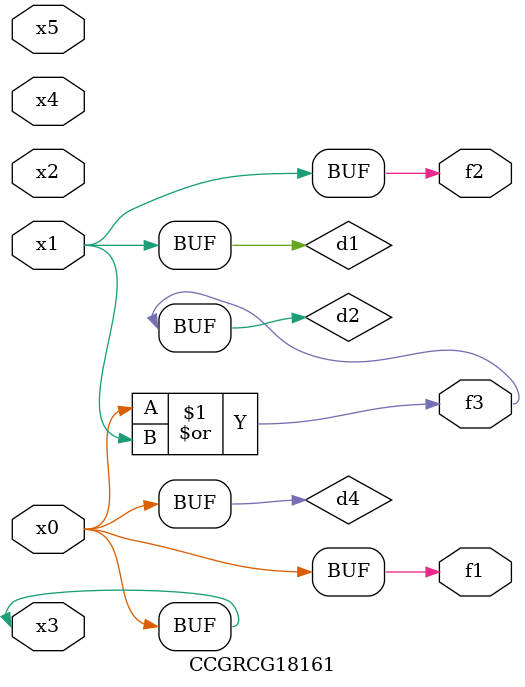
<source format=v>
module CCGRCG18161(
	input x0, x1, x2, x3, x4, x5,
	output f1, f2, f3
);

	wire d1, d2, d3, d4;

	and (d1, x1);
	or (d2, x0, x1);
	nand (d3, x0, x5);
	buf (d4, x0, x3);
	assign f1 = d4;
	assign f2 = d1;
	assign f3 = d2;
endmodule

</source>
